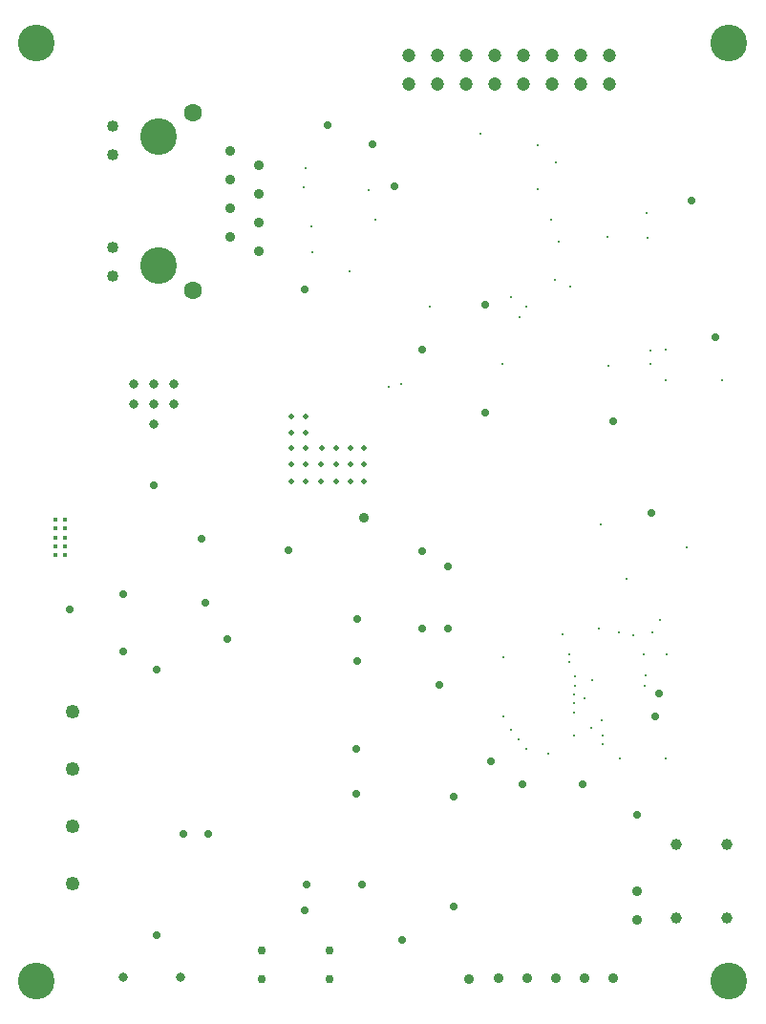
<source format=gbr>
G04 DesignSpark PCB Gerber Version 11.0 Build 5877*
G04 #@! TF.Part,Single*
G04 #@! TF.FilePolarity,Positive*
%FSLAX35Y35*%
%MOMM*%
G04 #@! TA.AperFunction,ViaDrill*
%ADD105C,0.31000*%
%ADD104C,0.41000*%
%ADD107C,0.51000*%
%ADD103C,0.71000*%
G04 #@! TA.AperFunction,ComponentDrill*
%ADD116C,0.76200*%
G04 #@! TA.AperFunction,ViaDrill*
%ADD106C,0.81000*%
G04 #@! TA.AperFunction,ComponentDrill*
%ADD115C,0.88900*%
%ADD111C,0.90000*%
%ADD110C,1.00000*%
%ADD112C,1.02000*%
%ADD109C,1.20000*%
%ADD108C,1.25000*%
%ADD113C,1.60000*%
%ADD114C,3.25000*%
G04 #@! TD.AperFunction*
X0Y0D02*
D02*
D103*
X615810Y3618630D03*
X1084310Y3244390D03*
Y3752390D03*
X1355810Y4718630D03*
X1383310Y731130D03*
Y3078630D03*
X1616350Y1623630D03*
X1778310Y4241130D03*
X1810810Y3671130D03*
X1841350Y1628630D03*
X2013310Y3351130D03*
X2553310Y4143630D03*
X2695810Y6448630D03*
X2698310Y945630D03*
X2713310Y1176350D03*
X2894010Y7908630D03*
X3155810Y1981130D03*
Y2376130D03*
X3160810Y3153630D03*
X3163310Y3533630D03*
X3203310Y1176350D03*
X3298310Y7733630D03*
X3488310Y7368630D03*
X3555810Y688630D03*
X3735010Y3441130D03*
X3736010Y4131130D03*
X3738310Y5918630D03*
X3885810Y2943630D03*
X3963310Y3441130D03*
X3965810Y3998630D03*
X4018310Y983630D03*
Y1956130D03*
X4295810Y5356130D03*
Y6318630D03*
X4348310Y2266130D03*
X4625810Y2066130D03*
X5155810Y2061130D03*
X5433310Y5283630D03*
X5640810Y1791130D03*
X5765810Y4471130D03*
X5800810Y2663630D03*
X5833310Y2868630D03*
X6123310Y7238630D03*
X6333310Y6023630D03*
D02*
D104*
X483310Y4093630D03*
Y4173630D03*
Y4253630D03*
Y4333630D03*
Y4413630D03*
X573310Y4093630D03*
Y4173630D03*
Y4253630D03*
Y4333630D03*
Y4413630D03*
D02*
D105*
X2683310Y7353630D03*
X2704420Y7529740D03*
X2758310Y7011130D03*
X2763310Y6784630D03*
X3093310Y6613630D03*
X3258310Y7333630D03*
X3323310Y7071130D03*
X3443310Y5591130D03*
X3548310Y5616130D03*
X3803310Y6301130D03*
X4250810Y7828630D03*
X4445810Y5791130D03*
X4453310Y2668630D03*
Y3188630D03*
X4520810Y2551130D03*
Y6383630D03*
X4590810Y2463630D03*
X4595810Y6208630D03*
X4660810Y2378630D03*
Y6296130D03*
X4760810Y7343630D03*
Y7728630D03*
X4853010Y2338630D03*
X4875810Y7068630D03*
X4913310Y6538630D03*
X4925810Y7576130D03*
X4943310Y6871130D03*
X4980810Y3391130D03*
X5043310Y3146130D03*
Y3218630D03*
X5048310Y6473630D03*
X5083310Y2783630D03*
X5085810Y2496130D03*
Y2698630D03*
Y2858630D03*
X5090810Y3018630D03*
X5093310Y2938630D03*
X5178310Y2823130D03*
X5238310Y2566130D03*
X5243310Y2986130D03*
X5305810Y3446130D03*
X5320810Y4371130D03*
X5330810Y2628130D03*
X5335810Y2496130D03*
X5338310Y2423630D03*
X5380810Y6913630D03*
X5388310Y5776130D03*
X5480810Y3408630D03*
X5490810Y2296130D03*
X5545810Y3883630D03*
X5608310Y3383630D03*
X5698310Y3216130D03*
X5705810Y2938630D03*
X5715810Y3028630D03*
X5725810Y7126130D03*
X5735810Y6908630D03*
X5755810Y5906130D03*
X5760810Y5788630D03*
X5778310Y3411130D03*
X5845810Y3518630D03*
X5895810Y5646130D03*
Y5913630D03*
X5898310Y2293630D03*
X5905810Y3216130D03*
X6080810Y4161130D03*
X6398310Y5643630D03*
D02*
D106*
X1088310Y351130D03*
X1183310Y5433630D03*
Y5608630D03*
X1358310Y5258630D03*
Y5433630D03*
Y5608630D03*
X1533310Y5433630D03*
Y5608630D03*
X1593310Y351130D03*
D02*
D107*
X2573310Y4748630D03*
Y4903630D03*
Y5043630D03*
Y5183630D03*
Y5323630D03*
X2703310Y4898630D03*
X2706350Y4748630D03*
Y5043630D03*
Y5183630D03*
Y5323630D03*
X2838310Y4748630D03*
Y4898630D03*
X2843310Y5043630D03*
X2973310Y4748630D03*
Y4898630D03*
Y5048630D03*
X3103310Y4748630D03*
Y4898630D03*
Y5048630D03*
X3223310Y4748630D03*
Y4898630D03*
Y5048630D03*
D02*
D108*
X638310Y1184630D03*
Y1692630D03*
Y2200630D03*
Y2708630D03*
D02*
D109*
X3615810Y8268630D03*
Y8522630D03*
X3869810Y8268630D03*
Y8522630D03*
X4123810Y8268630D03*
Y8522630D03*
X4377810Y8268630D03*
Y8522630D03*
X4631810Y8268630D03*
Y8522630D03*
X4885810Y8268630D03*
Y8522630D03*
X5139810Y8268630D03*
Y8522630D03*
X5393810Y8268630D03*
Y8522630D03*
D02*
D110*
X5986350Y881350D03*
Y1531350D03*
X6436350Y881350D03*
Y1531350D03*
D02*
D111*
X2031350Y6913850D03*
Y7167850D03*
Y7421850D03*
Y7675850D03*
X2285350Y6786850D03*
Y7040850D03*
Y7294850D03*
Y7548850D03*
D02*
D112*
X990350Y6567350D03*
Y6821350D03*
Y7641350D03*
Y7895350D03*
D02*
D113*
X1701350Y6446350D03*
Y8016350D03*
D02*
D114*
X318310Y318630D03*
Y8638630D03*
X1396350Y6659850D03*
Y7802850D03*
X6458310Y318630D03*
Y8638630D03*
D02*
D115*
X3215840Y4424390D03*
X4151640Y340310D03*
X4409810Y343630D03*
X4663810D03*
X4917810D03*
X5171810D03*
X5425810D03*
X5643310Y866130D03*
Y1120130D03*
D02*
D116*
X2316350Y336350D03*
Y590350D03*
X2916350Y336350D03*
Y590350D03*
X0Y0D02*
M02*

</source>
